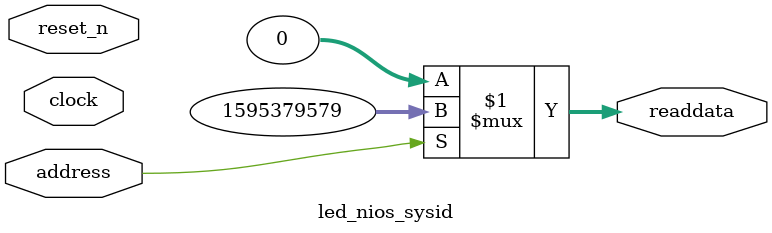
<source format=v>

`timescale 1ns / 1ps
// synthesis translate_on

// turn off superfluous verilog processor warnings 
// altera message_level Level1 
// altera message_off 10034 10035 10036 10037 10230 10240 10030 

module led_nios_sysid (
               // inputs:
                address,
                clock,
                reset_n,

               // outputs:
                readdata
             )
;

  output  [ 31: 0] readdata;
  input            address;
  input            clock;
  input            reset_n;

  wire    [ 31: 0] readdata;
  //control_slave, which is an e_avalon_slave
  assign readdata = address ? 1595379579 : 0;

endmodule




</source>
